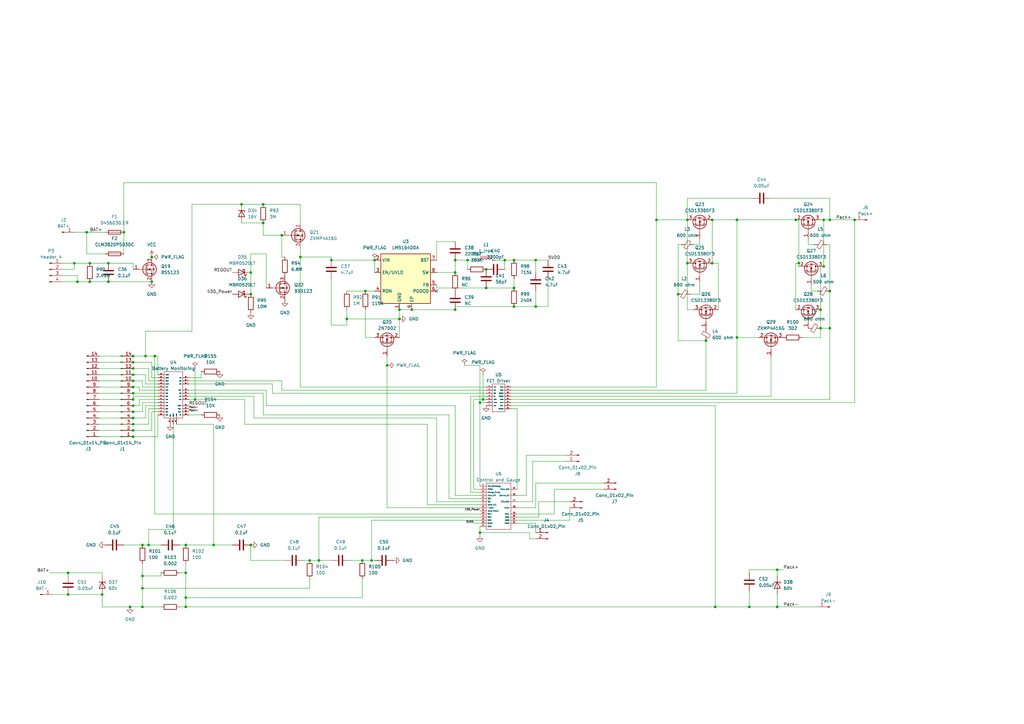
<source format=kicad_sch>
(kicad_sch (version 20250114) (generator "eeschema") (generator_version "9.0")
  (paper "A3")
  (lib_symbols
    (symbol "BQ7694003:Battery_MonitorIC"
      (property "Reference" "U" (at 5.588 -9.906 0))
      (symbol "Battery_MonitorIC_1_1"
        (pin input line (at -6.35 7.62 0) (length 2.54) (name "Cell13") (number "13"))
        (pin input line (at -6.35 6.35 0) (length 2.54) (name "Cell12") (number "12"))
        (pin input line (at -6.35 5.08 0) (length 2.54) (name "Cell11") (number "11"))
        (pin input line (at -6.35 3.81 0) (length 2.54) (name "Cell10") (number "10"))
        (pin input line (at -6.35 2.54 0) (length 2.54) (name "Cell9") (number "9"))
        (pin input line (at -6.35 1.27 0) (length 2.54) (name "Cell8") (number "8"))
        (pin input line (at -6.35 0 0) (length 2.54) (name "Cell7") (number "7"))
        (pin input line (at -6.35 -1.27 0) (length 2.54) (name "Cell6") (number "6"))
        (pin input line (at -6.35 -2.54 0) (length 2.54) (name "Cell5") (number "5"))
        (pin input line (at -6.35 -3.81 0) (length 2.54) (name "Cell4") (number "4"))
        (pin input line (at -6.35 -5.08 0) (length 2.54) (name "Cell3") (number "3"))
        (pin input line (at -6.35 -6.35 0) (length 2.54) (name "Cell2") (number "2"))
        (pin input line (at -6.35 -7.62 0) (length 2.54) (name "Cell1") (number "1"))
        (pin input line (at -6.35 -8.89 0) (length 2.54) (name "Cell0") (number "28"))
        (pin input line (at -1.27 -12.7 90) (length 2.54) (name "GND") (number "14"))
        (pin input line (at 0 -12.7 90) (length 2.54) (name "SRP_M") (number "15"))
        (pin input line (at 1.27 -12.7 90) (length 2.54) (name "SRN_M") (number "16"))
        (pin output line (at 6.35 6.35 180) (length 2.54) (name "TS2") (number "27"))
        (pin output line (at 6.35 5.08 180) (length 2.54) (name "CHG") (number "17"))
        (pin output line (at 6.35 3.81 180) (length 2.54) (name "DSG") (number "18"))
        (pin output line (at 6.35 1.27 180) (length 2.54) (name "ALERT") (number "19"))
        (pin bidirectional line (at 6.35 0 180) (length 2.54) (name "SDA") (number "20"))
        (pin bidirectional line (at 6.35 -1.27 180) (length 2.54) (name "SCL") (number "21"))
        (pin input line (at 6.35 -2.54 180) (length 2.54) (name "Wake") (number "22"))
        (pin output line (at 6.35 -5.08 180) (length 2.54) (name "REGOUT") (number "23"))
        (pin input line (at 6.35 -6.35 180) (length 2.54) (name "Pack-") (number "24"))
        (pin input line (at 6.35 -7.62 180) (length 2.54) (name "Pack+") (number "25"))
        (pin output line (at 6.35 -8.89 180) (length 2.54) (name "TS1") (number "26"))
      )
    )
    (symbol "BQ7694003:Control"
      (property "Reference" "U" (at 7.874 -14.478 0))
      (symbol "Control_1_1"
        (pin input line (at -7.62 3.81 0) (length 2.54) (name "Pre_discharge") (number "1"))
        (pin input line (at -7.62 2.54 0) (length 2.54) (name "PMON") (number "2"))
        (pin output line (at -7.62 1.27 0) (length 2.54) (name "Charge_Pump") (number "3"))
        (pin input line (at -7.62 0 0) (length 2.54) (name "Alert_AFE") (number "4"))
        (pin bidirectional line (at -7.62 -1.27 0) (length 2.54) (name "SDA") (number "5"))
        (pin bidirectional line (at -7.62 -2.54 0) (length 2.54) (name "SCL") (number "6"))
        (pin input line (at -7.62 -3.81 0) (length 2.54) (name "Wake_AFE") (number "7"))
        (pin input line (at -7.62 -5.08 0) (length 2.54) (name "F_CON") (number "8"))
        (pin input line (at -7.62 -6.35 0) (length 2.54) (name "Wake_Power") (number "9"))
        (pin input line (at -7.62 -7.62 0) (length 2.54) (name "BAT+") (number "10"))
        (pin input line (at -7.62 -8.89 0) (length 2.54) (name "SRP") (number "11"))
        (pin input line (at -7.62 -10.16 0) (length 2.54) (name "SRN") (number "12"))
        (pin input line (at -7.62 -11.43 0) (length 2.54) (name "5VDD") (number "13"))
        (pin input line (at -7.62 -12.7 0) (length 2.54) (name "GND") (number "14"))
        (pin output line (at 7.62 2.54 180) (length 2.54) (name "Pack_ADC") (number "15"))
        (pin output line (at 7.62 0 180) (length 2.54) (name "Commu_EN") (number "16"))
        (pin input line (at 7.62 -2.54 180) (length 2.54) (name "CEN_GND") (number "17"))
        (pin output line (at 7.62 -5.08 180) (length 2.54) (name "CANH") (number "18"))
        (pin output line (at 7.62 -7.62 180) (length 2.54) (name "CANL") (number "19"))
        (pin output line (at 7.62 -8.89 180) (length 2.54) (name "485A") (number "20"))
        (pin output line (at 7.62 -10.16 180) (length 2.54) (name "485B") (number "21"))
        (pin output line (at 7.62 -11.43 180) (length 2.54) (name "PRES") (number "22"))
      )
    )
    (symbol "BQ7694003:FET_Driver"
      (property "Reference" "U" (at -3.556 -8.382 0))
      (symbol "FET_Driver_1_1"
        (pin input line (at -5.08 2.54 0) (length 2.54) (name "VDD") (number "1"))
        (pin bidirectional line (at -5.08 1.27 0) (length 2.54) (name "CHG") (number "2"))
        (pin bidirectional line (at -5.08 0 0) (length 2.54) (name "DSG") (number "3"))
        (pin bidirectional line (at -5.08 -1.27 0) (length 2.54) (name "CP") (number "4"))
        (pin input line (at -5.08 -2.54 0) (length 2.54) (name "PMON") (number "5"))
        (pin input line (at -5.08 -3.81 0) (length 2.54) (name "PDCHG") (number "6"))
        (pin input line (at -5.08 -5.08 0) (length 2.54) (name "GND") (number "7"))
        (pin bidirectional line (at 5.08 2.54 180) (length 2.54) (name "CHG_S") (number "8"))
        (pin bidirectional line (at 5.08 1.27 180) (length 2.54) (name "CHG_G") (number "9"))
        (pin bidirectional line (at 5.08 0 180) (length 2.54) (name "PDCHG_S") (number "10"))
        (pin bidirectional line (at 5.08 -1.27 180) (length 2.54) (name "PDCHG_G") (number "11"))
        (pin bidirectional line (at 5.08 -2.54 180) (length 2.54) (name "DSG_S") (number "12"))
        (pin bidirectional line (at 5.08 -3.81 180) (length 2.54) (name "DSG_G") (number "13"))
        (pin bidirectional line (at 5.08 -5.08 180) (length 2.54) (name "Pack-") (number "14"))
        (pin bidirectional line (at 5.08 -6.35 180) (length 2.54) (name "PACK_ADC") (number "15"))
      )
    )
    (symbol "Connector:Conn_01x01_Pin" (pin_names (offset 1.016) (hide yes))
      (property "Reference" "J" (at 0 2.54 0))
      (property "Value" "Conn_01x01_Pin" (at 0 -2.54 0))
      (symbol "Conn_01x01_Pin_1_1"
        (pin passive line (at 5.08 0 180) (length 3.81) (name "Pin_1") (number "1"))
      )
    )
    (symbol "Connector:Conn_01x02_Pin" (pin_names (offset 1.016) (hide yes))
      (property "Reference" "J" (at 0 2.54 0))
      (property "Value" "Conn_01x02_Pin" (at 0 -5.08 0))
      (symbol "Conn_01x02_Pin_1_1"
        (pin passive line (at 5.08 0 180) (length 3.81) (name "Pin_1") (number "1"))
        (pin passive line (at 5.08 -2.54 180) (length 3.81) (name "Pin_2") (number "2"))
      )
    )
    (symbol "Connector:Conn_01x04_Pin" (pin_names (offset 1.016) (hide yes))
      (property "Reference" "J" (at 0 5.08 0))
      (property "Value" "Conn_01x04_Pin" (at 0 -7.62 0))
      (symbol "Conn_01x04_Pin_1_1"
        (pin passive line (at 5.08 2.54 180) (length 3.81) (name "Pin_1") (number "1"))
        (pin passive line (at 5.08 0 180) (length 3.81) (name "Pin_2") (number "2"))
        (pin passive line (at 5.08 -2.54 180) (length 3.81) (name "Pin_3") (number "3"))
        (pin passive line (at 5.08 -5.08 180) (length 3.81) (name "Pin_4") (number "4"))
      )
    )
    (symbol "Connector:Conn_01x14_Pin" (pin_names (offset 1.016) (hide yes))
      (property "Reference" "J" (at 0 17.78 0))
      (property "Value" "Conn_01x14_Pin" (at 0 -20.32 0))
      (symbol "Conn_01x14_Pin_1_1"
        (pin passive line (at 5.08 15.24 180) (length 3.81) (name "Pin_1") (number "1"))
        (pin passive line (at 5.08 12.7 180) (length 3.81) (name "Pin_2") (number "2"))
        (pin passive line (at 5.08 10.16 180) (length 3.81) (name "Pin_3") (number "3"))
        (pin passive line (at 5.08 7.62 180) (length 3.81) (name "Pin_4") (number "4"))
        (pin passive line (at 5.08 5.08 180) (length 3.81) (name "Pin_5") (number "5"))
        (pin passive line (at 5.08 2.54 180) (length 3.81) (name "Pin_6") (number "6"))
        (pin passive line (at 5.08 0 180) (length 3.81) (name "Pin_7") (number "7"))
        (pin passive line (at 5.08 -2.54 180) (length 3.81) (name "Pin_8") (number "8"))
        (pin passive line (at 5.08 -5.08 180) (length 3.81) (name "Pin_9") (number "9"))
        (pin passive line (at 5.08 -7.62 180) (length 3.81) (name "Pin_10") (number "10"))
        (pin passive line (at 5.08 -10.16 180) (length 3.81) (name "Pin_11") (number "11"))
        (pin passive line (at 5.08 -12.7 180) (length 3.81) (name "Pin_12") (number "12"))
        (pin passive line (at 5.08 -15.24 180) (length 3.81) (name "Pin_13") (number "13"))
        (pin passive line (at 5.08 -17.78 180) (length 3.81) (name "Pin_14") (number "14"))
      )
    )
    (symbol "Device:C" (pin_numbers (hide yes)) (pin_names (offset 0.254))
      (property "Reference" "C" (at 0.635 2.54 0))
      (property "Value" "C" (at 0.635 -2.54 0))
      (symbol "C_1_1"
        (pin passive line (at 0 3.81 270) (length 2.794) (name "~") (number "1"))
        (pin passive line (at 0 -3.81 90) (length 2.794) (name "~") (number "2"))
      )
    )
    (symbol "Device:FerriteBead_Small" (pin_numbers (hide yes)) (pin_names (offset 0))
      (property "Reference" "FB" (at 1.905 1.27 0))
      (property "Value" "FerriteBead_Small" (at 1.905 -1.27 0))
      (symbol "FerriteBead_Small_1_1"
        (pin passive line (at 0 2.54 270) (length 1.27) (name "~") (number "1"))
        (pin passive line (at 0 -2.54 90) (length 1.27) (name "~") (number "2"))
      )
    )
    (symbol "Device:Fuse" (pin_numbers (hide yes)) (pin_names (offset 0))
      (property "Reference" "F" (at 2.032 0 90))
      (property "Value" "Fuse" (at -1.905 0 90))
      (symbol "Fuse_1_1"
        (pin passive line (at 0 3.81 270) (length 1.27) (name "~") (number "1"))
        (pin passive line (at 0 -3.81 90) (length 1.27) (name "~") (number "2"))
      )
    )
    (symbol "Device:L_Iron" (pin_numbers (hide yes)) (pin_names (offset 1.016) (hide yes))
      (property "Reference" "L" (at -1.27 0 90))
      (property "Value" "L_Iron" (at 2.794 0 90))
      (symbol "L_Iron_1_1"
        (pin passive line (at 0 3.81 270) (length 1.27) (name "1") (number "1"))
        (pin passive line (at 0 -3.81 90) (length 1.27) (name "2") (number "2"))
      )
    )
    (symbol "Device:R" (pin_numbers (hide yes)) (pin_names (offset 0))
      (property "Reference" "R" (at 2.032 0 90))
      (property "Value" "R" (at 0 0 90))
      (symbol "R_1_1"
        (pin passive line (at 0 3.81 270) (length 1.27) (name "~") (number "1"))
        (pin passive line (at 0 -3.81 90) (length 1.27) (name "~") (number "2"))
      )
    )
    (symbol "Diode:MBR0520LT" (pin_numbers (hide yes)) (pin_names (offset 1.016) (hide yes))
      (property "Reference" "D" (at 0 2.54 0))
      (property "Value" "MBR0520LT" (at 0 -2.54 0))
      (symbol "MBR0520LT_1_1"
        (pin passive line (at -3.81 0 0) (length 2.54) (name "K") (number "1"))
        (pin passive line (at 3.81 0 180) (length 2.54) (name "A") (number "2"))
      )
    )
    (symbol "Diode:Z2SMBxxx" (pin_numbers (hide yes)) (pin_names (hide yes))
      (property "Reference" "D" (at 0 2.54 0))
      (property "Value" "Z2SMBxxx" (at 0 -2.54 0))
      (symbol "Z2SMBxxx_1_1"
        (pin passive line (at -3.81 0 0) (length 2.54) (name "K") (number "1"))
        (pin passive line (at 3.81 0 180) (length 2.54) (name "A") (number "2"))
      )
    )
    (symbol "Diode:ZPDxx" (pin_numbers (hide yes)) (pin_names (hide yes))
      (property "Reference" "D" (at 0 2.54 0))
      (property "Value" "ZPDxx" (at 0 -2.54 0))
      (symbol "ZPDxx_1_1"
        (pin passive line (at -3.81 0 0) (length 2.54) (name "K") (number "1"))
        (pin passive line (at 3.81 0 180) (length 2.54) (name "A") (number "2"))
      )
    )
    (symbol "Regulator_Switching:LM5164DDA"
      (property "Reference" "U" (at -8.89 11.43 0))
      (property "Value" "LM5164DDA" (at 5.08 11.43 0))
      (symbol "LM5164DDA_1_1"
        (pin power_in line (at -12.7 7.62 0) (length 2.54) (name "VIN") (number "2"))
        (pin input line (at -12.7 2.54 0) (length 2.54) (name "EN/UVLO") (number "3"))
        (pin passive line (at -12.7 -5.08 0) (length 2.54) (name "RON") (number "4"))
        (pin power_in line (at -2.54 -12.7 90) (length 2.54) (name "GND") (number "1"))
        (pin passive line (at 2.54 -12.7 90) (length 2.54) (name "EP") (number "9"))
        (pin passive line (at 12.7 7.62 180) (length 2.54) (name "BST") (number "7"))
        (pin power_out line (at 12.7 2.54 180) (length 2.54) (name "SW") (number "8"))
        (pin input line (at 12.7 -2.54 180) (length 2.54) (name "FB") (number "5"))
        (pin open_collector line (at 12.7 -5.08 180) (length 2.54) (name "PGOOD") (number "6"))
      )
    )
    (symbol "Transistor_FET:2N7002" (pin_names (hide yes))
      (property "Reference" "Q" (at 5.08 1.905 0))
      (property "Value" "2N7002" (at 5.08 0 0))
      (symbol "2N7002_1_1"
        (pin input line (at -5.08 0 0) (length 2.54) (name "G") (number "1"))
        (pin passive line (at 2.54 5.08 270) (length 2.54) (name "D") (number "3"))
        (pin passive line (at 2.54 -5.08 90) (length 2.54) (name "S") (number "2"))
      )
    )
    (symbol "Transistor_FET:BSS123" (pin_names (hide yes))
      (property "Reference" "Q" (at 5.08 1.905 0))
      (property "Value" "BSS123" (at 5.08 0 0))
      (symbol "BSS123_1_1"
        (pin input line (at -5.08 0 0) (length 2.54) (name "G") (number "1"))
        (pin passive line (at 2.54 5.08 270) (length 2.54) (name "D") (number "3"))
        (pin passive line (at 2.54 -5.08 90) (length 2.54) (name "S") (number "2"))
      )
    )
    (symbol "Transistor_FET:CSD13380F3" (pin_names (hide yes))
      (property "Reference" "Q" (at 5.08 1.905 0))
      (property "Value" "CSD13380F3" (at 5.08 0 0))
      (symbol "CSD13380F3_1_1"
        (pin input line (at -5.08 0 0) (length 2.54) (name "G") (number "1"))
        (pin passive line (at 2.54 5.08 270) (length 2.54) (name "D") (number "3"))
        (pin passive line (at 2.54 -5.08 90) (length 2.54) (name "S") (number "2"))
      )
    )
    (symbol "Transistor_FET:ZXMP4A16G" (pin_names (hide yes))
      (property "Reference" "Q" (at 5.08 1.905 0))
      (property "Value" "ZXMP4A16G" (at 5.08 0 0))
      (symbol "ZXMP4A16G_1_1"
        (pin input line (at -5.08 0 0) (length 2.54) (name "G") (number "1"))
        (pin passive line (at 2.54 5.08 270) (length 2.54) (name "D") (number "2"))
        (pin passive line (at 2.54 -5.08 90) (length 2.54) (name "S") (number "3"))
      )
    )
    (symbol "power:GND" (power) (pin_numbers (hide yes)) (pin_names (offset 0) (hide yes))
      (property "Value" "GND" (at 0 -3.81 0))
      (symbol "GND_1_1"
        (pin power_in line (at 0 0 270) (length 0) (name "~") (number "1"))
      )
    )
    (symbol "power:PWR_FLAG" (power) (pin_numbers (hide yes)) (pin_names (offset 0) (hide yes))
      (property "Value" "PWR_FLAG" (at 0 3.81 0))
      (symbol "PWR_FLAG_0_0"
        (pin power_out line (at 0 0 90) (length 0) (name "~") (number "1"))
      )
    )
    (symbol "power:VCC" (power) (pin_numbers (hide yes)) (pin_names (offset 0) (hide yes))
      (property "Value" "VCC" (at 0 3.556 0))
      (symbol "VCC_1_1"
        (pin power_in line (at 0 0 90) (length 0) (name "~") (number "1"))
      )
    )
  )
  (junction (at 59.69 146.05))
  (junction (at 318.77 248.92))
  (junction (at 35.56 95.25))
  (junction (at 54.61 153.67))
  (junction (at 27.94 234.95))
  (junction (at 186.69 127))
  (junction (at 76.2 223.52))
  (junction (at 153.67 106.68))
  (junction (at 292.1 107.95))
  (junction (at 127 229.87))
  (junction (at 196.85 218.44))
  (junction (at 54.61 173.99))
  (junction (at 36.83 107.95))
  (junction (at 293.37 248.92))
  (junction (at 54.61 156.21))
  (junction (at 80.01 163.83))
  (junction (at 54.61 146.05))
  (junction (at 62.23 115.57))
  (junction (at 340.36 90.17))
  (junction (at 210.82 106.68))
  (junction (at 54.61 148.59))
  (junction (at 191.77 106.68))
  (junction (at 149.86 119.38))
  (junction (at 102.87 223.52))
  (junction (at 41.91 243.84))
  (junction (at 36.83 115.57))
  (junction (at 54.61 176.53))
  (junction (at 269.24 90.17))
  (junction (at 54.61 179.07))
  (junction (at 210.82 118.11))
  (junction (at 76.2 248.92))
  (junction (at 281.94 107.95))
  (junction (at 44.45 107.95))
  (junction (at 198.12 163.83))
  (junction (at 340.36 119.38))
  (junction (at 326.39 90.17))
  (junction (at 302.26 90.17))
  (junction (at 50.8 95.25))
  (junction (at 102.87 120.65))
  (junction (at 219.71 106.68))
  (junction (at 99.06 83.82))
  (junction (at 62.23 105.41))
  (junction (at 76.2 245.11))
  (junction (at 54.61 166.37))
  (junction (at 289.56 139.7))
  (junction (at 199.39 110.49))
  (junction (at 152.4 229.87))
  (junction (at 58.42 241.3))
  (junction (at 168.91 127))
  (junction (at 336.55 127))
  (junction (at 54.61 161.29))
  (junction (at 307.34 248.92))
  (junction (at 87.63 223.52))
  (junction (at 130.81 229.87))
  (junction (at 158.75 149.86))
  (junction (at 123.19 105.41))
  (junction (at 63.5 146.05))
  (junction (at 340.36 134.62))
  (junction (at 27.94 243.84))
  (junction (at 186.69 111.76))
  (junction (at 186.69 106.68))
  (junction (at 281.94 90.17))
  (junction (at 278.13 120.65))
  (junction (at 135.89 106.68))
  (junction (at 58.42 223.52))
  (junction (at 337.82 90.17))
  (junction (at 337.82 109.22))
  (junction (at 107.95 83.82))
  (junction (at 219.71 125.73))
  (junction (at 196.85 165.1))
  (junction (at 58.42 248.92))
  (junction (at 58.42 236.22))
  (junction (at 210.82 125.73))
  (junction (at 54.61 171.45))
  (junction (at 53.34 248.92))
  (junction (at 54.61 163.83))
  (junction (at 54.61 168.91))
  (junction (at 302.26 138.43))
  (junction (at 199.39 118.11))
  (junction (at 31.75 115.57))
  (junction (at 163.83 130.81))
  (junction (at 44.45 115.57))
  (junction (at 30.48 107.95))
  (junction (at 102.87 111.76))
  (junction (at 54.61 151.13))
  (junction (at 163.83 127))
  (junction (at 318.77 233.68))
  (junction (at 76.2 234.95))
  (junction (at 148.59 229.87))
  (junction (at 207.01 106.68))
  (junction (at 327.66 107.95))
  (junction (at 336.55 134.62))
  (junction (at 350.52 90.17))
  (junction (at 142.24 130.81))
  (junction (at 54.61 158.75))
  (junction (at 60.96 223.52))
  (junction (at 107.95 91.44))
  (junction (at 115.57 96.52))
  (junction (at 292.1 90.17))
  (no_connect (at 179.07 119.38))
  (wire (pts (xy 40.64 146.05) (xy 54.61 146.05)))
  (wire (pts (xy 58.42 241.3) (xy 127 241.3)))
  (wire (pts (xy 302.26 138.43) (xy 302.26 161.29)))
  (wire (pts (xy 62.23 168.91) (xy 62.23 176.53)))
  (wire (pts (xy 27.94 243.84) (xy 41.91 243.84)))
  (wire (pts (xy 142.24 119.38) (xy 149.86 119.38)))
  (wire (pts (xy 224.79 125.73) (xy 219.71 125.73)))
  (wire (pts (xy 207.01 106.68) (xy 203.2 106.68)))
  (wire (pts (xy 63.5 210.82) (xy 196.85 210.82)))
  (wire (pts (xy 40.64 158.75) (xy 54.61 158.75)))
  (wire (pts (xy 53.34 248.92) (xy 58.42 248.92)))
  (wire (pts (xy 77.47 154.94) (xy 82.55 154.94)))
  (wire (pts (xy 77.47 163.83) (xy 80.01 163.83)))
  (wire (pts (xy 212.09 210.82) (xy 227.33 210.82)))
  (wire (pts (xy 102.87 223.52) (xy 102.87 229.87)))
  (wire (pts (xy 142.24 130.81) (xy 142.24 127)))
  (wire (pts (xy 102.87 104.14) (xy 102.87 111.76)))
  (wire (pts (xy 57.15 163.83) (xy 57.15 166.37)))
  (wire (pts (xy 31.75 115.57) (xy 25.4 115.57)))
  (wire (pts (xy 123.19 101.6) (xy 123.19 105.41)))
  (wire (pts (xy 149.86 127) (xy 149.86 138.43)))
  (wire (pts (xy 209.55 161.29) (xy 302.26 161.29)))
  (wire (pts (xy 66.04 236.22) (xy 66.04 234.95)))
  (wire (pts (xy 186.69 106.68) (xy 191.77 106.68)))
  (wire (pts (xy 247.65 200.66) (xy 227.33 200.66)))
  (wire (pts (xy 336.55 127) (xy 336.55 134.62)))
  (wire (pts (xy 123.19 105.41) (xy 123.19 158.75)))
  (wire (pts (xy 123.19 83.82) (xy 107.95 83.82)))
  (wire (pts (xy 142.24 133.35) (xy 142.24 130.81)))
  (wire (pts (xy 78.74 83.82) (xy 78.74 135.89)))
  (wire (pts (xy 190.5 149.86) (xy 196.85 149.86)))
  (wire (pts (xy 287.02 120.65) (xy 287.02 115.57)))
  (wire (pts (xy 64.77 168.91) (xy 62.23 168.91)))
  (wire (pts (xy 77.47 157.48) (xy 111.76 157.48)))
  (wire (pts (xy 76.2 234.95) (xy 76.2 245.11)))
  (wire (pts (xy 217.17 220.98) (xy 219.71 220.98)))
  (wire (pts (xy 293.37 166.37) (xy 293.37 248.92)))
  (wire (pts (xy 107.95 170.18) (xy 184.15 170.18)))
  (wire (pts (xy 318.77 248.92) (xy 335.28 248.92)))
  (wire (pts (xy 163.83 127) (xy 163.83 130.81)))
  (wire (pts (xy 318.77 243.84) (xy 318.77 248.92)))
  (wire (pts (xy 218.44 189.23) (xy 232.41 189.23)))
  (wire (pts (xy 196.85 201.93) (xy 193.04 201.93)))
  (wire (pts (xy 163.83 130.81) (xy 163.83 138.43)))
  (wire (pts (xy 127 229.87) (xy 130.81 229.87)))
  (wire (pts (xy 99.06 83.82) (xy 78.74 83.82)))
  (wire (pts (xy 186.69 203.2) (xy 196.85 203.2)))
  (wire (pts (xy 80.01 151.13) (xy 80.01 163.83)))
  (wire (pts (xy 281.94 81.28) (xy 308.61 81.28)))
  (wire (pts (xy 278.13 120.65) (xy 278.13 139.7)))
  (wire (pts (xy 337.82 90.17) (xy 337.82 109.22)))
  (wire (pts (xy 58.42 223.52) (xy 60.96 223.52)))
  (wire (pts (xy 41.91 234.95) (xy 41.91 236.22)))
  (wire (pts (xy 158.75 146.05) (xy 158.75 149.86)))
  (wire (pts (xy 59.69 166.37) (xy 59.69 171.45)))
  (wire (pts (xy 196.85 215.9) (xy 196.85 218.44)))
  (wire (pts (xy 107.95 91.44) (xy 107.95 96.52)))
  (wire (pts (xy 64.77 162.56) (xy 54.61 162.56)))
  (wire (pts (xy 58.42 236.22) (xy 58.42 241.3)))
  (wire (pts (xy 184.15 170.18) (xy 184.15 204.47)))
  (wire (pts (xy 281.94 127) (xy 284.48 127)))
  (wire (pts (xy 281.94 90.17) (xy 281.94 107.95)))
  (wire (pts (xy 307.34 242.57) (xy 307.34 248.92)))
  (wire (pts (xy 209.55 167.64) (xy 212.09 167.64)))
  (wire (pts (xy 107.95 96.52) (xy 115.57 96.52)))
  (wire (pts (xy 59.69 135.89) (xy 78.74 135.89)))
  (wire (pts (xy 148.59 229.87) (xy 152.4 229.87)))
  (wire (pts (xy 35.56 104.14) (xy 43.18 104.14)))
  (wire (pts (xy 149.86 119.38) (xy 153.67 119.38)))
  (wire (pts (xy 219.71 208.28) (xy 219.71 198.12)))
  (wire (pts (xy 135.89 105.41) (xy 135.89 106.68)))
  (wire (pts (xy 311.15 138.43) (xy 302.26 138.43)))
  (wire (pts (xy 217.17 218.44) (xy 217.17 220.98)))
  (wire (pts (xy 40.64 166.37) (xy 54.61 166.37)))
  (wire (pts (xy 327.66 107.95) (xy 327.66 90.17)))
  (wire (pts (xy 207.01 110.49) (xy 207.01 106.68)))
  (wire (pts (xy 123.19 105.41) (xy 135.89 105.41)))
  (wire (pts (xy 104.14 171.45) (xy 104.14 162.56)))
  (wire (pts (xy 194.31 163.83) (xy 194.31 200.66)))
  (wire (pts (xy 57.15 158.75) (xy 57.15 160.02)))
  (wire (pts (xy 41.91 248.92) (xy 53.34 248.92)))
  (wire (pts (xy 215.9 186.69) (xy 232.41 186.69)))
  (wire (pts (xy 64.77 166.37) (xy 59.69 166.37)))
  (wire (pts (xy 54.61 173.99) (xy 60.96 173.99)))
  (wire (pts (xy 111.76 157.48) (xy 111.76 161.29)))
  (wire (pts (xy 331.47 97.79) (xy 331.47 100.33)))
  (wire (pts (xy 58.42 248.92) (xy 66.04 248.92)))
  (wire (pts (xy 175.26 207.01) (xy 175.26 173.99)))
  (wire (pts (xy 209.55 166.37) (xy 293.37 166.37)))
  (wire (pts (xy 331.47 100.33) (xy 334.01 100.33)))
  (wire (pts (xy 209.55 165.1) (xy 350.52 165.1)))
  (wire (pts (xy 21.59 243.84) (xy 27.94 243.84)))
  (wire (pts (xy 25.4 113.03) (xy 31.75 113.03)))
  (wire (pts (xy 196.85 207.01) (xy 175.26 207.01)))
  (wire (pts (xy 64.77 153.67) (xy 64.77 146.05)))
  (wire (pts (xy 41.91 243.84) (xy 41.91 248.92)))
  (wire (pts (xy 50.8 95.25) (xy 50.8 104.14)))
  (wire (pts (xy 210.82 118.11) (xy 210.82 114.3)))
  (wire (pts (xy 57.15 166.37) (xy 54.61 166.37)))
  (wire (pts (xy 72.39 173.99) (xy 87.63 173.99)))
  (wire (pts (xy 82.55 152.4) (xy 82.55 154.94)))
  (wire (pts (xy 76.2 223.52) (xy 87.63 223.52)))
  (wire (pts (xy 212.09 212.09) (xy 220.98 212.09)))
  (wire (pts (xy 57.15 160.02) (xy 64.77 160.02)))
  (wire (pts (xy 87.63 223.52) (xy 95.25 223.52)))
  (wire (pts (xy 212.09 205.74) (xy 218.44 205.74)))
  (wire (pts (xy 60.96 156.21) (xy 60.96 151.13)))
  (wire (pts (xy 307.34 248.92) (xy 318.77 248.92)))
  (wire (pts (xy 107.95 161.29) (xy 107.95 170.18)))
  (wire (pts (xy 227.33 200.66) (xy 227.33 210.82)))
  (wire (pts (xy 199.39 158.75) (xy 123.19 158.75)))
  (wire (pts (xy 350.52 165.1) (xy 350.52 90.17)))
  (wire (pts (xy 59.69 135.89) (xy 59.69 146.05)))
  (wire (pts (xy 54.61 158.75) (xy 57.15 158.75)))
  (wire (pts (xy 31.75 113.03) (xy 31.75 115.57)))
  (wire (pts (xy 109.22 160.02) (xy 109.22 166.37)))
  (wire (pts (xy 278.13 120.65) (xy 278.13 100.33)))
  (wire (pts (xy 27.94 234.95) (xy 41.91 234.95)))
  (wire (pts (xy 115.57 156.21) (xy 115.57 160.02)))
  (wire (pts (xy 336.55 127) (xy 336.55 109.22)))
  (wire (pts (xy 336.55 90.17) (xy 337.82 90.17)))
  (wire (pts (xy 219.71 125.73) (xy 210.82 125.73)))
  (wire (pts (xy 186.69 125.73) (xy 186.69 127)))
  (wire (pts (xy 123.19 91.44) (xy 123.19 83.82)))
  (wire (pts (xy 77.47 170.18) (xy 82.55 170.18)))
  (wire (pts (xy 115.57 105.41) (xy 115.57 96.52)))
  (wire (pts (xy 64.77 179.07) (xy 54.61 179.07)))
  (wire (pts (xy 326.39 107.95) (xy 327.66 107.95)))
  (wire (pts (xy 25.4 107.95) (xy 30.48 107.95)))
  (wire (pts (xy 316.23 81.28) (xy 340.36 81.28)))
  (wire (pts (xy 198.12 163.83) (xy 194.31 163.83)))
  (wire (pts (xy 63.5 146.05) (xy 64.77 146.05)))
  (wire (pts (xy 27.94 234.95) (xy 27.94 236.22)))
  (wire (pts (xy 54.61 151.13) (xy 60.96 151.13)))
  (wire (pts (xy 76.2 245.11) (xy 76.2 248.92)))
  (wire (pts (xy 102.87 111.76) (xy 102.87 120.65)))
  (wire (pts (xy 196.85 213.36) (xy 152.4 213.36)))
  (wire (pts (xy 77.47 161.29) (xy 107.95 161.29)))
  (wire (pts (xy 219.71 106.68) (xy 224.79 106.68)))
  (wire (pts (xy 143.51 229.87) (xy 148.59 229.87)))
  (wire (pts (xy 332.74 119.38) (xy 335.28 119.38)))
  (wire (pts (xy 73.66 223.52) (xy 76.2 223.52)))
  (wire (pts (xy 50.8 74.93) (xy 50.8 95.25)))
  (wire (pts (xy 60.96 167.64) (xy 60.96 173.99)))
  (wire (pts (xy 209.55 158.75) (xy 269.24 158.75)))
  (wire (pts (xy 116.84 105.41) (xy 115.57 105.41)))
  (wire (pts (xy 196.85 218.44) (xy 217.17 218.44)))
  (wire (pts (xy 152.4 213.36) (xy 152.4 229.87)))
  (wire (pts (xy 336.55 134.62) (xy 336.55 138.43)))
  (wire (pts (xy 30.48 110.49) (xy 25.4 110.49)))
  (wire (pts (xy 59.69 157.48) (xy 64.77 157.48)))
  (wire (pts (xy 292.1 90.17) (xy 302.26 90.17)))
  (wire (pts (xy 58.42 241.3) (xy 58.42 248.92)))
  (wire (pts (xy 40.64 171.45) (xy 54.61 171.45)))
  (wire (pts (xy 281.94 90.17) (xy 281.94 81.28)))
  (wire (pts (xy 327.66 90.17) (xy 326.39 90.17)))
  (wire (pts (xy 326.39 127) (xy 326.39 107.95)))
  (wire (pts (xy 168.91 127) (xy 163.83 127)))
  (wire (pts (xy 321.31 233.68) (xy 318.77 233.68)))
  (wire (pts (xy 198.12 153.67) (xy 198.12 163.83)))
  (wire (pts (xy 278.13 139.7) (xy 289.56 139.7)))
  (wire (pts (xy 307.34 233.68) (xy 307.34 234.95)))
  (wire (pts (xy 40.64 173.99) (xy 54.61 173.99)))
  (wire (pts (xy 269.24 90.17) (xy 269.24 74.93)))
  (wire (pts (xy 158.75 149.86) (xy 158.75 208.28)))
  (wire (pts (xy 209.55 160.02) (xy 289.56 160.02)))
  (wire (pts (xy 58.42 158.75) (xy 64.77 158.75)))
  (wire (pts (xy 302.26 90.17) (xy 326.39 90.17)))
  (wire (pts (xy 149.86 138.43) (xy 153.67 138.43)))
  (wire (pts (xy 60.96 217.17) (xy 60.96 223.52)))
  (wire (pts (xy 179.07 171.45) (xy 104.14 171.45)))
  (wire (pts (xy 153.67 106.68) (xy 153.67 111.76)))
  (wire (pts (xy 35.56 95.25) (xy 35.56 104.14)))
  (wire (pts (xy 337.82 90.17) (xy 340.36 90.17)))
  (wire (pts (xy 292.1 90.17) (xy 292.1 107.95)))
  (wire (pts (xy 64.77 165.1) (xy 58.42 165.1)))
  (wire (pts (xy 124.46 229.87) (xy 127 229.87)))
  (wire (pts (xy 76.2 234.95) (xy 73.66 234.95)))
  (wire (pts (xy 130.81 229.87) (xy 135.89 229.87)))
  (wire (pts (xy 191.77 106.68) (xy 195.58 106.68)))
  (wire (pts (xy 307.34 248.92) (xy 293.37 248.92)))
  (wire (pts (xy 212.09 213.36) (xy 233.68 213.36)))
  (wire (pts (xy 179.07 118.11) (xy 179.07 116.84)))
  (wire (pts (xy 40.64 168.91) (xy 54.61 168.91)))
  (wire (pts (xy 209.55 162.56) (xy 316.23 162.56)))
  (wire (pts (xy 281.94 107.95) (xy 281.94 127)))
  (wire (pts (xy 233.68 205.74) (xy 220.98 205.74)))
  (wire (pts (xy 199.39 163.83) (xy 198.12 163.83)))
  (wire (pts (xy 30.48 107.95) (xy 30.48 110.49)))
  (wire (pts (xy 102.87 229.87) (xy 116.84 229.87)))
  (wire (pts (xy 215.9 203.2) (xy 215.9 186.69)))
  (wire (pts (xy 54.61 153.67) (xy 59.69 153.67)))
  (wire (pts (xy 31.75 115.57) (xy 36.83 115.57)))
  (wire (pts (xy 193.04 201.93) (xy 193.04 162.56)))
  (wire (pts (xy 233.68 213.36) (xy 233.68 208.28)))
  (wire (pts (xy 302.26 90.17) (xy 302.26 138.43)))
  (wire (pts (xy 71.12 173.99) (xy 71.12 217.17)))
  (wire (pts (xy 36.83 115.57) (xy 44.45 115.57)))
  (wire (pts (xy 175.26 173.99) (xy 100.33 173.99)))
  (wire (pts (xy 50.8 223.52) (xy 58.42 223.52)))
  (wire (pts (xy 40.64 153.67) (xy 54.61 153.67)))
  (wire (pts (xy 224.79 114.3) (xy 224.79 125.73)))
  (wire (pts (xy 209.55 163.83) (xy 340.36 163.83)))
  (wire (pts (xy 196.85 205.74) (xy 179.07 205.74)))
  (wire (pts (xy 100.33 163.83) (xy 100.33 173.99)))
  (wire (pts (xy 40.64 163.83) (xy 54.61 163.83)))
  (wire (pts (xy 44.45 115.57) (xy 62.23 115.57)))
  (wire (pts (xy 54.61 156.21) (xy 58.42 156.21)))
  (wire (pts (xy 196.85 212.09) (xy 130.81 212.09)))
  (wire (pts (xy 63.5 146.05) (xy 63.5 210.82)))
  (wire (pts (xy 130.81 212.09) (xy 130.81 229.87)))
  (wire (pts (xy 278.13 100.33) (xy 279.4 100.33)))
  (wire (pts (xy 179.07 99.06) (xy 179.07 106.68)))
  (wire (pts (xy 135.89 133.35) (xy 142.24 133.35)))
  (wire (pts (xy 54.61 148.59) (xy 62.23 148.59)))
  (wire (pts (xy 71.12 217.17) (xy 60.96 217.17)))
  (wire (pts (xy 287.02 100.33) (xy 284.48 100.33)))
  (wire (pts (xy 219.71 111.76) (xy 219.71 106.68)))
  (wire (pts (xy 58.42 156.21) (xy 58.42 158.75)))
  (wire (pts (xy 184.15 204.47) (xy 196.85 204.47)))
  (wire (pts (xy 59.69 153.67) (xy 59.69 157.48)))
  (wire (pts (xy 332.74 116.84) (xy 332.74 119.38)))
  (wire (pts (xy 196.85 218.44) (xy 196.85 219.71)))
  (wire (pts (xy 179.07 205.74) (xy 179.07 171.45)))
  (wire (pts (xy 109.22 118.11) (xy 109.22 104.14)))
  (wire (pts (xy 212.09 203.2) (xy 215.9 203.2)))
  (wire (pts (xy 40.64 176.53) (xy 54.61 176.53)))
  (wire (pts (xy 179.07 118.11) (xy 199.39 118.11)))
  (wire (pts (xy 340.36 90.17) (xy 350.52 90.17)))
  (wire (pts (xy 340.36 81.28) (xy 340.36 90.17)))
  (wire (pts (xy 30.48 95.25) (xy 35.56 95.25)))
  (wire (pts (xy 58.42 236.22) (xy 66.04 236.22)))
  (wire (pts (xy 35.56 95.25) (xy 43.18 95.25)))
  (wire (pts (xy 339.09 100.33) (xy 340.36 100.33)))
  (wire (pts (xy 186.69 99.06) (xy 179.07 99.06)))
  (wire (pts (xy 54.61 107.95) (xy 54.61 110.49)))
  (wire (pts (xy 77.47 162.56) (xy 104.14 162.56)))
  (wire (pts (xy 336.55 109.22) (xy 337.82 109.22)))
  (wire (pts (xy 40.64 151.13) (xy 54.61 151.13)))
  (wire (pts (xy 340.36 100.33) (xy 340.36 119.38)))
  (wire (pts (xy 135.89 106.68) (xy 153.67 106.68)))
  (wire (pts (xy 62.23 176.53) (xy 54.61 176.53)))
  (wire (pts (xy 64.77 167.64) (xy 60.96 167.64)))
  (wire (pts (xy 340.36 163.83) (xy 340.36 134.62)))
  (wire (pts (xy 212.09 214.63) (xy 219.71 214.63)))
  (wire (pts (xy 191.77 106.68) (xy 191.77 110.49)))
  (wire (pts (xy 316.23 146.05) (xy 316.23 162.56)))
  (wire (pts (xy 59.69 146.05) (xy 63.5 146.05)))
  (wire (pts (xy 219.71 198.12) (xy 247.65 198.12)))
  (wire (pts (xy 212.09 208.28) (xy 219.71 208.28)))
  (wire (pts (xy 219.71 214.63) (xy 219.71 218.44)))
  (wire (pts (xy 199.39 118.11) (xy 210.82 118.11)))
  (wire (pts (xy 196.85 208.28) (xy 158.75 208.28)))
  (wire (pts (xy 77.47 156.21) (xy 115.57 156.21)))
  (wire (pts (xy 76.2 231.14) (xy 76.2 234.95)))
  (wire (pts (xy 340.36 134.62) (xy 340.36 119.38)))
  (wire (pts (xy 148.59 245.11) (xy 148.59 237.49)))
  (wire (pts (xy 54.61 161.29) (xy 64.77 161.29)))
  (wire (pts (xy 40.64 148.59) (xy 54.61 148.59)))
  (wire (pts (xy 336.55 138.43) (xy 328.93 138.43)))
  (wire (pts (xy 218.44 205.74) (xy 218.44 189.23)))
  (wire (pts (xy 99.06 91.44) (xy 107.95 91.44)))
  (wire (pts (xy 294.64 127) (xy 294.64 107.95)))
  (wire (pts (xy 163.83 130.81) (xy 142.24 130.81)))
  (wire (pts (xy 76.2 248.92) (xy 293.37 248.92)))
  (wire (pts (xy 179.07 111.76) (xy 186.69 111.76)))
  (wire (pts (xy 269.24 90.17) (xy 281.94 90.17)))
  (wire (pts (xy 186.69 111.76) (xy 186.69 106.68)))
  (wire (pts (xy 219.71 106.68) (xy 210.82 106.68)))
  (wire (pts (xy 40.64 179.07) (xy 54.61 179.07)))
  (wire (pts (xy 196.85 149.86) (xy 196.85 165.1)))
  (wire (pts (xy 283.21 120.65) (xy 287.02 120.65)))
  (wire (pts (xy 199.39 160.02) (xy 115.57 160.02)))
  (wire (pts (xy 127 241.3) (xy 127 237.49)))
  (wire (pts (xy 40.64 161.29) (xy 54.61 161.29)))
  (wire (pts (xy 64.77 163.83) (xy 57.15 163.83)))
  (wire (pts (xy 294.64 107.95) (xy 292.1 107.95)))
  (wire (pts (xy 64.77 170.18) (xy 64.77 179.07)))
  (wire (pts (xy 220.98 205.74) (xy 220.98 212.09)))
  (wire (pts (xy 219.71 119.38) (xy 219.71 125.73)))
  (wire (pts (xy 87.63 173.99) (xy 87.63 223.52)))
  (wire (pts (xy 64.77 154.94) (xy 62.23 154.94)))
  (wire (pts (xy 193.04 162.56) (xy 199.39 162.56)))
  (wire (pts (xy 80.01 163.83) (xy 100.33 163.83)))
  (wire (pts (xy 199.39 161.29) (xy 111.76 161.29)))
  (wire (pts (xy 196.85 199.39) (xy 196.85 165.1)))
  (wire (pts (xy 54.61 168.91) (xy 58.42 168.91)))
  (wire (pts (xy 99.06 83.82) (xy 107.95 83.82)))
  (wire (pts (xy 77.47 160.02) (xy 109.22 160.02)))
  (wire (pts (xy 318.77 233.68) (xy 318.77 236.22)))
  (wire (pts (xy 186.69 166.37) (xy 186.69 203.2)))
  (wire (pts (xy 54.61 162.56) (xy 54.61 163.83)))
  (wire (pts (xy 40.64 156.21) (xy 54.61 156.21)))
  (wire (pts (xy 269.24 90.17) (xy 269.24 158.75)))
  (wire (pts (xy 336.55 134.62) (xy 340.36 134.62)))
  (wire (pts (xy 269.24 74.93) (xy 50.8 74.93)))
  (wire (pts (xy 76.2 245.11) (xy 148.59 245.11)))
  (wire (pts (xy 30.48 107.95) (xy 36.83 107.95)))
  (wire (pts (xy 212.09 167.64) (xy 212.09 200.66)))
  (wire (pts (xy 36.83 107.95) (xy 44.45 107.95)))
  (wire (pts (xy 318.77 233.68) (xy 307.34 233.68)))
  (wire (pts (xy 210.82 125.73) (xy 186.69 125.73)))
  (wire (pts (xy 287.02 97.79) (xy 287.02 100.33)))
  (wire (pts (xy 207.01 106.68) (xy 210.82 106.68)))
  (wire (pts (xy 59.69 146.05) (xy 54.61 146.05)))
  (wire (pts (xy 194.31 214.63) (xy 196.85 214.63)))
  (wire (pts (xy 58.42 165.1) (xy 58.42 168.91)))
  (wire (pts (xy 76.2 248.92) (xy 73.66 248.92)))
  (wire (pts (xy 109.22 166.37) (xy 186.69 166.37)))
  (wire (pts (xy 135.89 114.3) (xy 135.89 133.35)))
  (wire (pts (xy 327.66 109.22) (xy 327.66 107.95)))
  (wire (pts (xy 44.45 107.95) (xy 54.61 107.95)))
  (wire (pts (xy 289.56 139.7) (xy 289.56 160.02)))
  (wire (pts (xy 58.42 231.14) (xy 58.42 236.22)))
  (wire (pts (xy 60.96 223.52) (xy 66.04 223.52)))
  (wire (pts (xy 54.61 171.45) (xy 59.69 171.45)))
  (wire (pts (xy 196.85 165.1) (xy 199.39 165.1)))
  (wire (pts (xy 62.23 154.94) (xy 62.23 148.59)))
  (wire (pts (xy 109.22 104.14) (xy 102.87 104.14)))
  (wire (pts (xy 60.96 156.21) (xy 64.77 156.21)))
  (wire (pts (xy 194.31 200.66) (xy 196.85 200.66)))
  (wire (pts (xy 20.32 234.95) (xy 27.94 234.95)))
  (wire (pts (xy 168.91 127) (xy 186.69 127)))
  (wire (pts (xy 152.4 229.87) (xy 153.67 229.87)))
  (label "REGOUT" (at 77.47 166.37 0))
  (label "Pack+" (at 342.9 90.17 0))
  (label "Pack-" (at 77.47 167.64 0) (effects (font (size 0.762 0.762))))
  (label "REGOUT" (at 95.25 111.76 180))
  (label "BAT+" (at 20.32 234.95 180))
  (label "BAT+" (at 36.83 95.25 0))
  (label "430_Power" (at 196.85 209.55 180) (effects (font (size 0.762 0.762))))
  (label "430_Power" (at 95.25 120.65 180))
  (label "Pack+" (at 77.47 168.91 0) (effects (font (size 0.762 0.762))))
  (label "Pack-" (at 321.31 248.92 0))
  (label "Pack+" (at 321.31 233.68 0))
  (label "5VDD" (at 194.31 214.63 180) (effects (font (size 0.762 0.762))))
  (label "5VDD" (at 224.79 106.68 0))
  (symbol (lib_id "power:GND") (at 161.29 229.87 90) (unit 1)
    (property "Reference" "#PWR025" (effects (hide yes)))
    (property "Value" "GND" (at 165.1 229.8699 90) (effects (justify right)))
    (property "Description" "Power symbol creates a global label with name \"GND\" , ground" (effects (hide yes)))
  )
  (symbol (lib_id "Device:C") (at 224.79 110.49 0) (unit 1)
    (property "Reference" "C43" (at 228.6 109.2199 0) (effects (justify left)))
    (property "Value" "4.7uF" (at 228.6 111.7599 0) (effects (justify left)))
    (property "Footprint" "Library:Capacitor_0603_Fixed_Clean (2)" (effects (hide yes)))
    (property "Description" "Unpolarized capacitor" (effects (hide yes)))
  )
  (symbol (lib_id "Device:C") (at 99.06 223.52 90) (unit 1)
    (property "Reference" "C47" (at 99.06 215.9 90))
    (property "Value" "0.1uF" (at 99.06 218.44 90))
    (property "Footprint" "Library:Capacitor_0603_Fixed_Clean (2)" (effects (hide yes)))
    (property "Description" "Unpolarized capacitor" (effects (hide yes)))
  )
  (symbol (lib_id "Device:R") (at 325.12 138.43 90) (unit 1)
    (property "Reference" "R100" (at 325.12 132.08 90))
    (property "Value" "302" (at 325.12 134.62 90))
    (property "Footprint" "Library:R_0603_1608Metric_Corrected" (effects (hide yes)))
    (property "Description" "Resistor" (effects (hide yes)))
  )
  (symbol (lib_id "Transistor_FET:BSS123") (at 59.69 110.49 0) (unit 1)
    (property "Reference" "Q19" (at 66.04 109.2199 0) (effects (justify left)))
    (property "Value" "BSS123" (at 66.04 111.7599 0) (effects (justify left)))
    (property "Footprint" "Package_TO_SOT_SMD:SOT-23" (effects (hide yes)))
    (property "Datasheet" "http://www.diodes.com/assets/Datasheets/ds30366.pdf" (effects (hide yes)))
    (property "Description" "0.17A Id, 100V Vds, N-Channel MOSFET, SOT-23" (effects (hide yes)))
  )
  (symbol (lib_id "Device:R") (at 127 233.68 0) (unit 1)
    (property "Reference" "R104" (at 129.54 232.4099 0) (effects (justify left)))
    (property "Value" "100" (at 129.54 234.9499 0) (effects (justify left)))
    (property "Footprint" "Library:R_0603_1608Metric_Corrected" (effects (hide yes)))
    (property "Description" "Resistor" (effects (hide yes)))
  )
  (symbol (lib_id "Connector:Conn_01x02_Pin") (at 237.49 189.23 180) (unit 1)
    (property "Reference" "J8" (at 236.855 194.31 0))
    (property "Value" "Conn_01x02_Pin" (at 236.855 191.77 0))
    (property "Footprint" "Connector_PinHeader_2.54mm:PinHeader_1x02_P2.54mm_Vertical" (effects (hide yes)))
    (property "Description" "Generic connector, single row, 01x02, script generated" (effects (hide yes)))
  )
  (symbol (lib_id "Transistor_FET:BSS123") (at 114.3 118.11 0) (unit 1)
    (property "Reference" "Q22" (at 120.65 116.8399 0) (effects (justify left)))
    (property "Value" "BSS123" (at 120.65 119.3799 0) (effects (justify left)))
    (property "Footprint" "Package_TO_SOT_SMD:SOT-23" (effects (hide yes)))
    (property "Datasheet" "http://www.diodes.com/assets/Datasheets/ds30366.pdf" (effects (hide yes)))
    (property "Description" "0.17A Id, 100V Vds, N-Channel MOSFET, SOT-23" (effects (hide yes)))
  )
  (symbol (lib_id "Connector:Conn_01x02_Pin") (at 252.73 200.66 180) (unit 1)
    (property "Reference" "J7" (at 252.095 205.74 0))
    (property "Value" "Conn_01x02_Pin" (at 252.095 203.2 0))
    (property "Footprint" "Connector_PinHeader_2.54mm:PinHeader_1x02_P2.54mm_Vertical" (effects (hide yes)))
    (property "Description" "Generic connector, single row, 01x02, script generated" (effects (hide yes)))
  )
  (symbol (lib_id "power:GND") (at 196.85 219.71 0) (unit 1)
    (property "Reference" "#PWR022" (effects (hide yes)))
    (property "Value" "GND" (at 196.85 224.79 0))
    (property "Description" "Power symbol creates a global label with name \"GND\" , ground" (effects (hide yes)))
  )
  (symbol (lib_id "Device:R") (at 142.24 123.19 0) (unit 1)
    (property "Reference" "R92" (at 144.78 121.9199 0) (effects (justify left)))
    (property "Value" "1M" (at 144.78 124.4599 0) (effects (justify left)))
    (property "Footprint" "Library:R_0603_1608Metric_Corrected" (effects (hide yes)))
    (property "Description" "Resistor" (effects (hide yes)))
  )
  (symbol (lib_id "Device:R") (at 86.36 170.18 90) (unit 1)
    (property "Reference" "R154" (at 86.36 163.83 90))
    (property "Value" "10K" (at 86.36 166.37 90))
    (property "Footprint" "Library:R_0603_1608Metric_Corrected" (effects (hide yes)))
    (property "Description" "Resistor" (effects (hide yes)))
  )
  (symbol (lib_id "Device:Fuse") (at 46.99 95.25 90) (unit 1)
    (property "Reference" "F1" (at 46.99 88.9 90))
    (property "Value" "0456030.ER" (at 46.99 91.44 90))
    (property "Footprint" "Fuse:Fuse_1206_3216Metric" (effects (hide yes)))
    (property "Description" "Fuse" (effects (hide yes)))
  )
  (symbol (lib_id "power:PWR_FLAG") (at 153.67 106.68 0) (unit 1)
    (property "Reference" "#FLG028" (effects (hide yes)))
    (property "Value" "PWR_FLAG" (at 153.67 101.6 0))
    (property "Description" "Special symbol for telling ERC where power comes from" (effects (hide yes)))
  )
  (symbol (lib_id "Diode:ZPDxx") (at 99.06 87.63 270) (unit 1)
    (property "Reference" "D34" (at 101.6 86.3599 90) (effects (justify left)))
    (property "Value" "16V" (at 101.6 88.8999 90) (effects (justify left)))
    (property "Footprint" "Diode_THT:D_DO-35_SOD27_P10.16mm_Horizontal" (effects (hide yes)))
    (property "Datasheet" "http://diotec.com/tl_files/diotec/files/pdf/datasheets/zpd1" (effects (hide yes)))
    (property "Description" "500mW Zener Diode, DO-35" (effects (hide yes)))
  )
  (symbol (lib_id "Device:C") (at 120.65 229.87 90) (unit 1)
    (property "Reference" "C48" (at 120.65 222.25 90))
    (property "Value" "0.1uF" (at 120.65 224.79 90))
    (property "Footprint" "Library:Capacitor_0603_Fixed_Clean (2)" (effects (hide yes)))
    (property "Description" "Unpolarized capacitor" (effects (hide yes)))
  )
  (symbol (lib_id "Connector:Conn_01x01_Pin") (at 16.51 243.84 0) (unit 1)
    (property "Reference" "J10" (at 17.145 238.76 0))
    (property "Value" "BAT-" (at 17.145 241.3 0))
    (property "Footprint" "Connector_PinHeader_2.54mm:PinHeader_1x01_P2.54mm_Vertical" (effects (hide yes)))
    (property "Description" "Generic connector, single row, 01x01, script generated" (effects (hide yes)))
  )
  (symbol (lib_id "power:GND") (at 163.83 130.81 90) (unit 1)
    (property "Reference" "#PWR017" (effects (hide yes)))
    (property "Value" "GND" (at 167.64 130.8099 90) (effects (justify right)))
    (property "Description" "Power symbol creates a global label with name \"GND\" , ground" (effects (hide yes)))
  )
  (symbol (lib_id "Transistor_FET:CSD13380F3") (at 287.02 92.71 90) (unit 1)
    (property "Reference" "Q23" (at 287.02 83.82 90))
    (property "Value" "CSD13380F3" (at 287.02 86.36 90))
    (property "Footprint" "Library:Custom_3Pin_0.2mmClearance" (effects (hide yes)))
    (property "Datasheet" "https://www.ti.com/lit/ds/symlink/csd13380f3.pdf" (effects (hide yes)))
    (property "Description" "3.6A Id, 12V Vds, N-Channel MOSFET, 76mOhm Ron,max @ 4.5Vgs, 0.91nC Qg,typ @ 4.5Vgs, PicoStar 0.73x0.64mm max, 0.69x0.60mm nom" (effects (hide yes)))
  )
  (symbol (lib_id "power:PWR_FLAG") (at 190.5 149.86 0) (unit 1)
    (property "Reference" "#FLG031" (effects (hide yes)))
    (property "Value" "PWR_FLAG" (at 190.5 144.78 0))
    (property "Description" "Special symbol for telling ERC where power comes from" (effects (hide yes)))
  )
  (symbol (lib_id "Device:C") (at 44.45 111.76 0) (unit 1)
    (property "Reference" "C36" (at 48.26 110.4899 0) (effects (justify left)))
    (property "Value" "0.1uF" (at 48.26 113.0299 0) (effects (justify left)))
    (property "Footprint" "Library:Capacitor_0603_Fixed_Clean (2)" (effects (hide yes)))
    (property "Description" "Unpolarized capacitor" (effects (hide yes)))
  )
  (symbol (lib_id "Diode:ZPDxx") (at 41.91 240.03 270) (unit 1)
    (property "Reference" "D37" (at 44.45 238.7599 90) (effects (justify left)))
    (property "Value" "60V" (at 44.45 241.2999 90) (effects (justify left)))
    (property "Footprint" "Diode_THT:D_DO-35_SOD27_P10.16mm_Horizontal" (effects (hide yes)))
    (property "Datasheet" "http://diotec.com/tl_files/diotec/files/pdf/datasheets/zpd1" (effects (hide yes)))
    (property "Description" "500mW Zener Diode, DO-35" (effects (hide yes)))
  )
  (symbol (lib_id "Device:FerriteBead_Small") (at 334.01 134.62 90) (unit 1)
    (property "Reference" "L7" (at 333.9719 128.27 90))
    (property "Value" "600 ohm" (at 333.9719 130.81 90))
    (property "Footprint" "Inductor_SMD:L_0805_2012Metric" (effects (hide yes)))
    (property "Description" "Ferrite bead, small symbol" (effects (hide yes)))
  )
  (symbol (lib_id "Device:C") (at 27.94 240.03 0) (unit 1)
    (property "Reference" "C51" (at 31.75 238.7599 0) (effects (justify left)))
    (property "Value" "0.05uF" (at 31.75 241.2999 0) (effects (justify left)))
    (property "Footprint" "Library:Capacitor_0603_Fixed_Clean (2)" (effects (hide yes)))
    (property "Description" "Unpolarized capacitor" (effects (hide yes)))
  )
  (symbol (lib_id "Transistor_FET:CSD13380F3") (at 287.02 110.49 90) (unit 1)
    (property "Reference" "Q25" (at 287.02 101.6 90))
    (property "Value" "CSD13380F3" (at 287.02 104.14 90))
    (property "Footprint" "Library:Custom_3Pin_0.2mmClearance" (effects (hide yes)))
    (property "Datasheet" "https://www.ti.com/lit/ds/symlink/csd13380f3.pdf" (effects (hide yes)))
    (property "Description" "3.6A Id, 12V Vds, N-Channel MOSFET, 76mOhm Ron,max @ 4.5Vgs, 0.91nC Qg,typ @ 4.5Vgs, PicoStar 0.73x0.64mm max, 0.69x0.60mm nom" (effects (hide yes)))
  )
  (symbol (lib_id "Device:C") (at 219.71 115.57 0) (unit 1)
    (property "Reference" "C42" (at 223.52 114.2999 0) (effects (justify left)))
    (property "Value" "4.7uF" (at 223.52 116.8399 0) (effects (justify left)))
    (property "Footprint" "Library:Capacitor_0603_Fixed_Clean (2)" (effects (hide yes)))
    (property "Description" "Unpolarized capacitor" (effects (hide yes)))
  )
  (symbol (lib_id "BQ7694003:FET_Driver") (at 204.47 161.29 0) (unit 1)
    (property "Reference" "U5" (at 204.47 153.67 0))
    (property "Value" "FET Driver" (at 204.47 156.21 0))
    (property "Footprint" "Library:Custom_15Pin_5x3_FIXED" (effects (hide yes)))
  )
  (symbol (lib_id "power:PWR_FLAG") (at 158.75 149.86 270) (unit 1)
    (property "Reference" "#FLG029" (effects (hide yes)))
    (property "Value" "PWR_FLAG" (at 162.56 149.8599 90) (effects (justify left)))
    (property "Description" "Special symbol for telling ERC where power comes from" (effects (hide yes)))
  )
  (symbol (lib_id "Device:FerriteBead_Small") (at 281.94 100.33 90) (unit 1)
    (property "Reference" "L3" (at 281.9019 93.98 90))
    (property "Value" "600 ohm" (at 281.9019 96.52 90))
    (property "Footprint" "Inductor_SMD:L_0805_2012Metric" (effects (hide yes)))
    (property "Description" "Ferrite bead, small symbol" (effects (hide yes)))
  )
  (symbol (lib_id "Device:FerriteBead_Small") (at 280.67 120.65 90) (unit 1)
    (property "Reference" "L2" (at 280.6319 114.3 90))
    (property "Value" "600 ohm" (at 280.6319 116.84 90))
    (property "Footprint" "Inductor_SMD:L_0805_2012Metric" (effects (hide yes)))
    (property "Description" "Ferrite bead, small symbol" (effects (hide yes)))
  )
  (symbol (lib_id "Device:C") (at 46.99 223.52 90) (unit 1)
    (property "Reference" "C45" (at 46.99 215.9 90))
    (property "Value" "0.1uF" (at 46.99 218.44 90))
    (property "Footprint" "Library:Capacitor_0603_Fixed_Clean (2)" (effects (hide yes)))
    (property "Description" "Unpolarized capacitor" (effects (hide yes)))
  )
  (symbol (lib_id "Transistor_FET:CSD13380F3") (at 331.47 92.71 270) (mirror x) (unit 1)
    (property "Reference" "Q24" (at 331.47 83.82 90))
    (property "Value" "CSD13380F3" (at 331.47 86.36 90))
    (property "Footprint" "Library:Custom_3Pin_0.2mmClearance" (effects (hide yes)))
    (property "Datasheet" "https://www.ti.com/lit/ds/symlink/csd13380f3.pdf" (effects (hide yes)))
    (property "Description" "3.6A Id, 12V Vds, N-Channel MOSFET, 76mOhm Ron,max @ 4.5Vgs, 0.91nC Qg,typ @ 4.5Vgs, PicoStar 0.73x0.64mm max, 0.69x0.60mm nom" (effects (hide yes)))
  )
  (symbol (lib_id "Device:C") (at 199.39 114.3 0) (unit 1)
    (property "Reference" "C41" (at 203.2 113.0299 0) (effects (justify left)))
    (property "Value" "56pF" (at 203.2 115.5699 0) (effects (justify left)))
    (property "Footprint" "Library:Capacitor_0603_Fixed_Clean (2)" (effects (hide yes)))
    (property "Description" "Unpolarized capacitor" (effects (hide yes)))
  )
  (symbol (lib_id "Device:C") (at 203.2 110.49 90) (unit 1)
    (property "Reference" "C40" (at 203.2 102.87 90))
    (property "Value" "3300pF" (at 203.2 105.41 90))
    (property "Footprint" "Library:Capacitor_0603_Fixed_Clean (2)" (effects (hide yes)))
    (property "Description" "Unpolarized capacitor" (effects (hide yes)))
  )
  (symbol (lib_id "Regulator_Switching:LM5164DDA") (at 166.37 114.3 0) (unit 1)
    (property "Reference" "U3" (at 166.37 99.06 0))
    (property "Value" "LM5164DDA" (at 166.37 101.6 0))
    (property "Footprint" "Library:Custom_QFN_9Pad_Corrected" (effects (hide yes)))
    (property "Datasheet" "https://www.ti.com/lit/ds/symlink/lm5164.pdf?ts=1598311864250&ref_url=https%253A%252F%252Fwww.ti.com%252Fproduct%252FLM5164%253FHQS%253DTI-null-null-octopart-df-pf-null-wwe" (effects (hide yes)))
    (property "Description" "1A synchronous buck converter with ultra-low IQ, 6V - 100V input, adjustable output voltage, HSOP-8" (effects (hide yes)))
  )
  (symbol (lib_id "Device:R") (at 69.85 234.95 90) (unit 1)
    (property "Reference" "R103" (at 69.85 228.6 90))
    (property "Value" "0.002" (at 69.85 231.14 90))
    (property "Footprint" "Library:R_0603_1608Metric_Corrected" (effects (hide yes)))
    (property "Description" "Resistor" (effects (hide yes)))
  )
  (symbol (lib_id "Connector:Conn_01x14_Pin") (at 35.56 163.83 0) (mirror x) (unit 1)
    (property "Reference" "J3" (at 36.195 184.15 0))
    (property "Value" "Conn_01x14_Pin" (at 36.195 181.61 0))
    (property "Footprint" "Connector_PinHeader_2.54mm:PinHeader_1x14_P2.54mm_Vertical" (effects (hide yes)))
    (property "Description" "Generic connector, single row, 01x14, script generated" (effects (hide yes)))
  )
  (symbol (lib_id "Device:R") (at 36.83 111.76 0) (unit 1)
    (property "Reference" "R90" (at 39.37 110.4899 0) (effects (justify left)))
    (property "Value" "2.49M" (at 39.37 113.0299 0) (effects (justify left)))
    (property "Footprint" "Library:R_0603_1608Metric_Corrected" (effects (hide yes)))
    (property "Description" "Resistor" (effects (hide yes)))
  )
  (symbol (lib_id "Device:R") (at 76.2 227.33 0) (unit 1)
    (property "Reference" "R102" (at 78.74 226.0599 0) (effects (justify left)))
    (property "Value" "100" (at 78.74 228.5999 0) (effects (justify left)))
    (property "Footprint" "Library:R_0603_1608Metric_Corrected" (effects (hide yes)))
    (property "Description" "Resistor" (effects (hide yes)))
  )
  (symbol (lib_id "power:PWR_FLAG") (at 62.23 105.41 270) (unit 1)
    (property "Reference" "#FLG027" (effects (hide yes)))
    (property "Value" "PWR_FLAG" (at 66.04 105.4099 90) (effects (justify left)))
    (property "Description" "Special symbol for telling ERC where power comes from" (effects (hide yes)))
  )
  (symbol (lib_id "Device:C") (at 186.69 102.87 0) (unit 1)
    (property "Reference" "C38" (at 190.5 101.5999 0) (effects (justify left)))
    (property "Value" "2200pF" (at 190.5 104.1399 0) (effects (justify left)))
    (property "Footprint" "Library:Capacitor_0603_Fixed_Clean (2)" (effects (hide yes)))
    (property "Description" "Unpolarized capacitor" (effects (hide yes)))
  )
  (symbol (lib_id "Connector:Conn_01x02_Pin") (at 224.79 218.44 0) (mirror y) (unit 1)
    (property "Reference" "J4" (at 224.155 213.36 0))
    (property "Value" "Conn_01x02_Pin" (at 224.155 215.9 0))
    (property "Footprint" "Connector_PinHeader_2.54mm:PinHeader_1x02_P2.54mm_Vertical" (effects (hide yes)))
    (property "Description" "Generic connector, single row, 01x02, script generated" (effects (hide yes)))
  )
  (symbol (lib_id "power:GND") (at 69.85 173.99 0) (unit 1)
    (property "Reference" "#PWR020" (effects (hide yes)))
    (property "Value" "GND" (at 69.85 179.07 0))
    (property "Description" "Power symbol creates a global label with name \"GND\" , ground" (effects (hide yes)))
  )
  (symbol (lib_id "power:GND") (at 90.17 152.4 0) (unit 1)
    (property "Reference" "#PWR051" (effects (hide yes)))
    (property "Value" "GND" (at 90.17 157.48 0))
    (property "Description" "Power symbol creates a global label with name \"GND\" , ground" (effects (hide yes)))
  )
  (symbol (lib_id "power:GND") (at 53.34 248.92 0) (unit 1)
    (property "Reference" "#PWR026" (effects (hide yes)))
    (property "Value" "GND" (at 53.34 254 0))
    (property "Description" "Power symbol creates a global label with name \"GND\" , ground" (effects (hide yes)))
  )
  (symbol (lib_id "Device:R") (at 195.58 110.49 90) (unit 1)
    (property "Reference" "R97" (at 195.58 104.14 90))
    (property "Value" "383K" (at 195.58 106.68 90))
    (property "Footprint" "Library:R_0603_1608Metric_Corrected" (effects (hide yes)))
    (property "Description" "Resistor" (effects (hide yes)))
  )
  (symbol (lib_id "Device:R") (at 116.84 109.22 0) (unit 1)
    (property "Reference" "R94" (at 119.38 107.9499 0) (effects (justify left)))
    (property "Value" "6.8M" (at 119.38 110.4899 0) (effects (justify left)))
    (property "Footprint" "Library:R_0603_1608Metric_Corrected" (effects (hide yes)))
    (property "Description" "Resistor" (effects (hide yes)))
  )
  (symbol (lib_id "BQ7694003:Control") (at 204.47 203.2 0) (unit 1)
    (property "Reference" "U6" (at 204.47 194.31 0))
    (property "Value" "Control and Gauge" (at 204.47 196.85 0))
    (property "Footprint" "Library:CustomComponent_U6_TSSOP22_FIXED" (effects (hide yes)))
  )
  (symbol (lib_id "Device:R") (at 210.82 110.49 0) (unit 1)
    (property "Reference" "R98" (at 213.36 109.2199 0) (effects (justify left)))
    (property "Value" "715k" (at 213.36 111.7599 0) (effects (justify left)))
    (property "Footprint" "Library:R_0603_1608Metric_Corrected" (effects (hide yes)))
    (property "Description" "Resistor" (effects (hide yes)))
  )
  (symbol (lib_id "power:PWR_FLAG") (at 198.12 153.67 0) (unit 1)
    (property "Reference" "#FLG030" (effects (hide yes)))
    (property "Value" "PWR_FLAG" (at 198.12 148.59 0))
    (property "Description" "Special symbol for telling ERC where power comes from" (effects (hide yes)))
  )
  (symbol (lib_id "Diode:Z2SMBxxx") (at 318.77 240.03 270) (unit 1)
    (property "Reference" "D38" (at 321.31 238.7599 90) (effects (justify left)))
    (property "Value" "60V" (at 321.31 241.2999 90) (effects (justify left)))
    (property "Footprint" "Diode_SMD:D_SMB" (effects (hide yes)))
    (property "Datasheet" "https://diotec.com/tl_files/diotec/files/pdf/datasheets/z2smb1.pdf" (effects (hide yes)))
    (property "Description" "2000mW Zener Diode, SMB(DO-214AA)" (effects (hide yes)))
  )
  (symbol (lib_id "Connector:Conn_01x14_Pin") (at 49.53 163.83 0) (mirror x) (unit 1)
    (property "Reference" "J1" (at 50.165 184.15 0))
    (property "Value" "Conn_01x14_Pin" (at 50.165 181.61 0))
    (property "Footprint" "Connector_PinHeader_2.54mm:PinHeader_1x14_P2.54mm_Vertical" (effects (hide yes)))
    (property "Description" "Generic connector, single row, 01x14, script generated" (effects (hide yes)))
  )
  (symbol (lib_id "Device:R") (at 149.86 123.19 0) (unit 1)
    (property "Reference" "R91" (at 152.4 121.9199 0) (effects (justify left)))
    (property "Value" "115K" (at 152.4 124.4599 0) (effects (justify left)))
    (property "Footprint" "Library:R_0603_1608Metric_Corrected" (effects (hide yes)))
    (property "Description" "Resistor" (effects (hide yes)))
  )
  (symbol (lib_id "Device:FerriteBead_Small") (at 336.55 100.33 90) (unit 1)
    (property "Reference" "L5" (at 336.5119 93.98 90))
    (property "Value" "600 ohm" (at 336.5119 96.52 90))
    (property "Footprint" "Inductor_SMD:L_0805_2012Metric" (effects (hide yes)))
    (property "Description" "Ferrite bead, small symbol" (effects (hide yes)))
  )
  (symbol (lib_id "Connector:Conn_01x02_Pin") (at 238.76 208.28 180) (unit 1)
    (property "Reference" "J5" (at 238.125 213.36 0))
    (property "Value" "Conn_01x02_Pin" (at 238.125 210.82 0))
    (property "Footprint" "Connector_PinHeader_2.54mm:PinHeader_1x02_P2.54mm_Vertical" (effects (hide yes)))
    (property "Description" "Generic connector, single row, 01x02, script generated" (effects (hide yes)))
  )
  (symbol (lib_id "power:PWR_FLAG") (at 80.01 151.13 0) (unit 1)
    (property "Reference" "#FLG032" (effects (hide yes)))
    (property "Value" "PWR_FLAG" (at 80.01 146.05 0))
    (property "Description" "Special symbol for telling ERC where power comes from" (effects (hide yes)))
  )
  (symbol (lib_id "BQ7694003:Battery_MonitorIC") (at 71.12 161.29 0) (unit 1)
    (property "Reference" "U4" (at 71.12 148.59 0))
    (property "Value" "Battery Monitoring" (at 71.12 151.13 0))
    (property "Footprint" "Package_SO:TSSOP-28_4.4x9.7mm_P0.65mm" (effects (hide yes)))
  )
  (symbol (lib_id "Device:R") (at 102.87 124.46 0) (unit 1)
    (property "Reference" "R95" (at 105.41 123.1899 0) (effects (justify left)))
    (property "Value" "10M" (at 105.41 125.7299 0) (effects (justify left)))
    (property "Footprint" "Library:R_0603_1608Metric_Corrected" (effects (hide yes)))
    (property "Description" "Resistor" (effects (hide yes)))
  )
  (symbol (lib_id "power:GND") (at 90.17 170.18 0) (unit 1)
    (property "Reference" "#PWR050" (effects (hide yes)))
    (property "Value" "GND" (at 90.17 175.26 0))
    (property "Description" "Power symbol creates a global label with name \"GND\" , ground" (effects (hide yes)))
  )
  (symbol (lib_id "Device:R") (at 58.42 227.33 0) (unit 1)
    (property "Reference" "R101" (at 60.96 226.0599 0) (effects (justify left)))
    (property "Value" "100" (at 60.96 228.5999 0) (effects (justify left)))
    (property "Footprint" "Library:R_0603_1608Metric_Corrected" (effects (hide yes)))
    (property "Description" "Resistor" (effects (hide yes)))
  )
  (symbol (lib_id "Diode:MBR0520LT") (at 99.06 120.65 180) (unit 1)
    (property "Reference" "D36" (at 99.3775 114.3 0))
    (property "Value" "MBR0520LT" (at 99.3775 116.84 0))
    (property "Footprint" "Diode_SMD:D_SOD-123" (effects (hide yes)))
    (property "Datasheet" "http://www.onsemi.com/pub_link/Collateral/MBR0520LT1-D.PDF" (effects (hide yes)))
    (property "Description" "20V 0.5A Schottky Power Rectifier Diode, SOD-123" (effects (hide yes)))
  )
  (symbol (lib_id "power:GND") (at 102.87 128.27 0) (unit 1)
    (property "Reference" "#PWR019" (effects (hide yes)))
    (property "Value" "GND" (at 102.87 133.35 0))
    (property "Description" "Power symbol creates a global label with name \"GND\" , ground" (effects (hide yes)))
  )
  (symbol (lib_id "Transistor_FET:CSD13380F3") (at 332.74 111.76 270) (mirror x) (unit 1)
    (property "Reference" "Q27" (at 332.74 102.87 90))
    (property "Value" "CSD13380F3" (at 332.74 105.41 90))
    (property "Footprint" "Library:Custom_3Pin_0.2mmClearance" (effects (hide yes)))
    (property "Datasheet" "https://www.ti.com/lit/ds/symlink/csd13380f3.pdf" (effects (hide yes)))
    (property "Description" "3.6A Id, 12V Vds, N-Channel MOSFET, 76mOhm Ron,max @ 4.5Vgs, 0.91nC Qg,typ @ 4.5Vgs, PicoStar 0.73x0.64mm max, 0.69x0.60mm nom" (effects (hide yes)))
  )
  (symbol (lib_id "Connector:Conn_01x01_Pin") (at 340.36 248.92 180) (unit 1)
    (property "Reference" "J9" (at 339.725 243.84 0))
    (property "Value" "Pack-" (at 339.725 246.38 0))
    (property "Footprint" "Connector_PinHeader_2.54mm:PinHeader_1x01_P2.54mm_Vertical" (effects (hide yes)))
    (property "Description" "Generic connector, single row, 01x01, script generated" (effects (hide yes)))
  )
  (symbol (lib_id "Device:L_Iron") (at 199.39 106.68 90) (unit 1)
    (property "Reference" "L1" (at 199.39 100.33 90))
    (property "Value" "L_Iron" (at 199.39 102.87 90))
    (property "Footprint" "Inductor_SMD:L_0805_2012Metric" (effects (hide yes)))
    (property "Description" "Inductor with iron core" (effects (hide yes)))
  )
  (symbol (lib_id "power:GND") (at 116.84 123.19 0) (unit 1)
    (property "Reference" "#PWR018" (effects (hide yes)))
    (property "Value" "GND" (at 116.84 128.27 0))
    (property "Description" "Power symbol creates a global label with name \"GND\" , ground" (effects (hide yes)))
  )
  (symbol (lib_id "power:VCC") (at 62.23 105.41 0) (unit 1)
    (property "Reference" "#PWR015" (effects (hide yes)))
    (property "Value" "VCC" (at 62.23 100.33 0))
    (property "Description" "Power symbol creates a global label with name \"VCC\"" (effects (hide yes)))
  )
  (symbol (lib_id "Device:R") (at 210.82 121.92 0) (unit 1)
    (property "Reference" "R99" (at 213.36 120.6499 0) (effects (justify left)))
    (property "Value" "240K" (at 213.36 123.1899 0) (effects (justify left)))
    (property "Footprint" "Library:R_0603_1608Metric_Corrected" (effects (hide yes)))
    (property "Description" "Resistor" (effects (hide yes)))
  )
  (symbol (lib_id "power:GND") (at 199.39 166.37 0) (unit 1)
    (property "Reference" "#PWR021" (effects (hide yes)))
    (property "Value" "GND" (at 199.39 171.45 0))
    (property "Description" "Power symbol creates a global label with name \"GND\" , ground" (effects (hide yes)))
  )
  (symbol (lib_id "Device:FerriteBead_Small") (at 289.56 137.16 180) (unit 1)
    (property "Reference" "L4" (at 292.1 135.928 0) (effects (justify right)))
    (property "Value" "600 ohm" (at 292.1 138.468 0) (effects (justify right)))
    (property "Footprint" "Inductor_SMD:L_0805_2012Metric" (effects (hide yes)))
    (property "Description" "Ferrite bead, small symbol" (effects (hide yes)))
  )
  (symbol (lib_id "Diode:MBR0520LT") (at 99.06 111.76 180) (unit 1)
    (property "Reference" "D35" (at 99.3775 105.41 0))
    (property "Value" "MBR0520LT" (at 99.3775 107.95 0))
    (property "Footprint" "Diode_SMD:D_SOD-123" (effects (hide yes)))
    (property "Datasheet" "http://www.onsemi.com/pub_link/Collateral/MBR0520LT1-D.PDF" (effects (hide yes)))
    (property "Description" "20V 0.5A Schottky Power Rectifier Diode, SOD-123" (effects (hide yes)))
  )
  (symbol (lib_id "Device:C") (at 135.89 110.49 0) (unit 1)
    (property "Reference" "C37" (at 139.7 109.2199 0) (effects (justify left)))
    (property "Value" "4.7uF" (at 139.7 111.7599 0) (effects (justify left)))
    (property "Footprint" "Library:Capacitor_0603_Fixed_Clean (2)" (effects (hide yes)))
    (property "Description" "Unpolarized capacitor" (effects (hide yes)))
  )
  (symbol (lib_id "Device:FerriteBead_Small") (at 337.82 119.38 90) (unit 1)
    (property "Reference" "L6" (at 337.7819 113.03 90))
    (property "Value" "600 ohm" (at 337.7819 115.57 90))
    (property "Footprint" "Inductor_SMD:L_0805_2012Metric" (effects (hide yes)))
    (property "Description" "Ferrite bead, small symbol" (effects (hide yes)))
  )
  (symbol (lib_id "Device:C") (at 312.42 81.28 90) (unit 1)
    (property "Reference" "C44" (at 312.42 73.66 90))
    (property "Value" "0.05uF" (at 312.42 76.2 90))
    (property "Footprint" "Library:Capacitor_0603_Fixed_Clean (2)" (effects (hide yes)))
    (property "Description" "Unpolarized capacitor" (effects (hide yes)))
  )
  (symbol (lib_id "Device:C") (at 139.7 229.87 90) (unit 1)
    (property "Reference" "C49" (at 139.7 222.25 90))
    (property "Value" "0.1uF" (at 139.7 224.79 90))
    (property "Footprint" "Library:Capacitor_0603_Fixed_Clean (2)" (effects (hide yes)))
    (property "Description" "Unpolarized capacitor" (effects (hide yes)))
  )
  (symbol (lib_id "power:GND") (at 43.18 223.52 270) (unit 1)
    (property "Reference" "#PWR024" (effects (hide yes)))
    (property "Value" "GND" (at 39.37 223.5199 90) (effects (justify right)))
    (property "Description" "Power symbol creates a global label with name \"GND\" , ground" (effects (hide yes)))
  )
  (symbol (lib_id "Device:R") (at 107.95 87.63 0) (unit 1)
    (property "Reference" "R93" (at 110.49 86.3599 0) (effects (justify left)))
    (property "Value" "3M" (at 110.49 88.8999 0) (effects (justify left)))
    (property "Footprint" "Library:R_0603_1608Metric_Corrected" (effects (hide yes)))
    (property "Description" "Resistor" (effects (hide yes)))
  )
  (symbol (lib_id "Device:R") (at 148.59 233.68 0) (unit 1)
    (property "Reference" "R105" (at 151.13 232.4099 0) (effects (justify left)))
    (property "Value" "100" (at 151.13 234.9499 0) (effects (justify left)))
    (property "Footprint" "Library:R_0603_1608Metric_Corrected" (effects (hide yes)))
    (property "Description" "Resistor" (effects (hide yes)))
  )
  (symbol (lib_id "Device:C") (at 186.69 123.19 0) (unit 1)
    (property "Reference" "C39" (at 190.5 121.9199 0) (effects (justify left)))
    (property "Value" "NC" (at 190.5 124.4599 0) (effects (justify left)))
    (property "Footprint" "Library:Capacitor_0603_Fixed_Clean (2)" (effects (hide yes)))
    (property "Description" "Unpolarized capacitor" (effects (hide yes)))
  )
  (symbol (lib_id "Device:R") (at 186.69 115.57 0) (unit 1)
    (property "Reference" "R96" (at 189.23 114.2999 0) (effects (justify left)))
    (property "Value" "NC" (at 189.23 116.8399 0) (effects (justify left)))
    (property "Footprint" "Library:R_0603_1608Metric_Corrected" (effects (hide yes)))
    (property "Description" "Resistor" (effects (hide yes)))
  )
  (symbol (lib_id "power:GND") (at 102.87 223.52 90) (unit 1)
    (property "Reference" "#PWR023" (effects (hide yes)))
    (property "Value" "GND" (at 106.68 223.5199 90) (effects (justify right)))
    (property "Description" "Power symbol creates a global label with name \"GND\" , ground" (effects (hide yes)))
  )
  (symbol (lib_id "Device:C") (at 307.34 238.76 0) (unit 1)
    (property "Reference" "C52" (at 311.15 237.4899 0) (effects (justify left)))
    (property "Value" "0.05uF" (at 311.15 240.0299 0) (effects (justify left)))
    (property "Footprint" "Library:Capacitor_0603_Fixed_Clean (2)" (effects (hide yes)))
    (property "Description" "Unpolarized capacitor" (effects (hide yes)))
  )
  (symbol (lib_id "Transistor_FET:CSD13380F3") (at 331.47 129.54 270) (mirror x) (unit 1)
    (property "Reference" "Q28" (at 331.47 120.65 90))
    (property "Value" "CSD13380F3" (at 331.47 123.19 90))
    (property "Footprint" "Library:Custom_3Pin_0.2mmClearance" (effects (hide yes)))
    (property "Datasheet" "https://www.ti.com/lit/ds/symlink/csd13380f3.pdf" (effects (hide yes)))
    (property "Description" "3.6A Id, 12V Vds, N-Channel MOSFET, 76mOhm Ron,max @ 4.5Vgs, 0.91nC Qg,typ @ 4.5Vgs, PicoStar 0.73x0.64mm max, 0.69x0.60mm nom" (effects (hide yes)))
  )
  (symbol (lib_id "Transistor_FET:2N7002") (at 158.75 140.97 90) (unit 1)
    (property "Reference" "Q20" (at 158.75 132.08 90))
    (property "Value" "2N7002" (at 158.75 134.62 90))
    (property "Footprint" "Package_TO_SOT_SMD:SOT-23" (effects (hide yes)))
    (property "Datasheet" "https://www.onsemi.com/pub/Collateral/NDS7002A-D.PDF" (effects (hide yes)))
    (property "Description" "0.115A Id, 60V Vds, N-Channel MOSFET, SOT-23" (effects (hide yes)))
  )
  (symbol (lib_id "power:GND") (at 62.23 115.57 0) (unit 1)
    (property "Reference" "#PWR016" (effects (hide yes)))
    (property "Value" "GND" (at 62.23 120.65 0))
    (property "Description" "Power symbol creates a global label with name \"GND\" , ground" (effects (hide yes)))
  )
  (symbol (lib_id "Device:Fuse") (at 46.99 104.14 90) (unit 1)
    (property "Reference" "F2" (at 46.99 97.79 90))
    (property "Value" "CLM3820P5030C" (at 46.99 100.33 90))
    (property "Footprint" "Fuse:Fuse_1812_4532Metric" (effects (hide yes)))
    (property "Description" "Fuse" (effects (hide yes)))
  )
  (symbol (lib_id "Connector:Conn_01x04_Pin") (at 20.32 110.49 0) (unit 1)
    (property "Reference" "P3" (at 20.955 102.87 0))
    (property "Value" "Header 4" (at 20.955 105.41 0))
    (property "Footprint" "Connector_PinHeader_2.54mm:PinHeader_1x04_P2.54mm_Vertical" (effects (hide yes)))
    (property "Description" "Generic connector, single row, 01x04, script generated" (effects (hide yes)))
  )
  (symbol (lib_id "Connector:Conn_01x01_Pin") (at 25.4 95.25 0) (unit 1)
    (property "Reference" "J2" (at 26.035 90.17 0))
    (property "Value" "BAT+" (at 26.035 92.71 0))
    (property "Footprint" "Connector_PinHeader_2.54mm:PinHeader_1x01_P2.54mm_Vertical" (effects (hide yes)))
    (property "Description" "Generic connector, single row, 01x01, script generated" (effects (hide yes)))
  )
  (symbol (lib_id "Device:C") (at 157.48 229.87 90) (unit 1)
    (property "Reference" "C50" (at 157.48 222.25 90))
    (property "Value" "0.1uF" (at 157.48 224.79 90))
    (property "Footprint" "Library:Capacitor_0603_Fixed_Clean (2)" (effects (hide yes)))
    (property "Description" "Unpolarized capacitor" (effects (hide yes)))
  )
  (symbol (lib_id "Connector:Conn_01x01_Pin") (at 355.6 90.17 180) (unit 1)
    (property "Reference" "J6" (at 354.965 85.09 0))
    (property "Value" "Pack+" (at 354.965 87.63 0))
    (property "Footprint" "Connector_PinHeader_2.54mm:PinHeader_1x01_P2.54mm_Vertical" (effects (hide yes)))
    (property "Description" "Generic connector, single row, 01x01, script generated" (effects (hide yes)))
  )
  (symbol (lib_id "Device:R") (at 86.36 152.4 90) (unit 1)
    (property "Reference" "R155" (at 86.36 146.05 90))
    (property "Value" "10K" (at 86.36 148.59 90))
    (property "Footprint" "Library:R_0603_1608Metric_Corrected" (effects (hide yes)))
    (property "Description" "Resistor" (effects (hide yes)))
  )
  (symbol (lib_id "Transistor_FET:ZXMP4A16G") (at 120.65 96.52 0) (unit 1)
    (property "Reference" "Q21" (at 127 95.2499 0) (effects (justify left)))
    (property "Value" "ZXMP4A16G" (at 127 97.7899 0) (effects (justify left)))
    (property "Footprint" "Package_TO_SOT_SMD:SOT-223-3_TabPin2" (effects (hide yes)))
    (property "Datasheet" "https://www.diodes.com/assets/Datasheets/ZXMP4A16G.pdf" (effects (hide yes)))
    (property "Description" "-6.4A Id, -40V Vds, P-Channel MOSFET, SOT-223" (effects (hide yes)))
  )
  (symbol (lib_id "Device:R") (at 69.85 248.92 90) (unit 1)
    (property "Reference" "R106" (at 69.85 242.57 90))
    (property "Value" "0.002" (at 69.85 245.11 90))
    (property "Footprint" "Library:R_0603_1608Metric_Corrected" (effects (hide yes)))
    (property "Description" "Resistor" (effects (hide yes)))
  )
  (symbol (lib_id "Transistor_FET:ZXMP4A16G") (at 316.23 140.97 90) (unit 1)
    (property "Reference" "Q29" (at 316.23 132.08 90))
    (property "Value" "ZXMP4A16G" (at 316.23 134.62 90))
    (property "Footprint" "Package_TO_SOT_SMD:SOT-223-3_TabPin2" (effects (hide yes)))
    (property "Datasheet" "https://www.diodes.com/assets/Datasheets/ZXMP4A16G.pdf" (effects (hide yes)))
    (property "Description" "-6.4A Id, -40V Vds, P-Channel MOSFET, SOT-223" (effects (hide yes)))
  )
  (symbol (lib_id "Device:C") (at 69.85 223.52 90) (unit 1)
    (property "Reference" "C46" (at 69.85 215.9 90))
    (property "Value" "0.1uF" (at 69.85 218.44 90))
    (property "Footprint" "Library:Capacitor_0603_Fixed_Clean (2)" (effects (hide yes)))
    (property "Description" "Unpolarized capacitor" (effects (hide yes)))
  )
  (symbol (lib_id "Transistor_FET:CSD13380F3") (at 289.56 129.54 90) (unit 1)
    (property "Reference" "Q26" (at 289.56 120.65 90))
    (property "Value" "CSD13380F3" (at 289.56 123.19 90))
    (property "Footprint" "Library:Custom_3Pin_0.2mmClearance" (effects (hide yes)))
    (property "Datasheet" "https://www.ti.com/lit/ds/symlink/csd13380f3.pdf" (effects (hide yes)))
    (property "Description" "3.6A Id, 12V Vds, N-Channel MOSFET, 76mOhm Ron,max @ 4.5Vgs, 0.91nC Qg,typ @ 4.5Vgs, PicoStar 0.73x0.64mm max, 0.69x0.60mm nom" (effects (hide yes)))
  )
)
</source>
